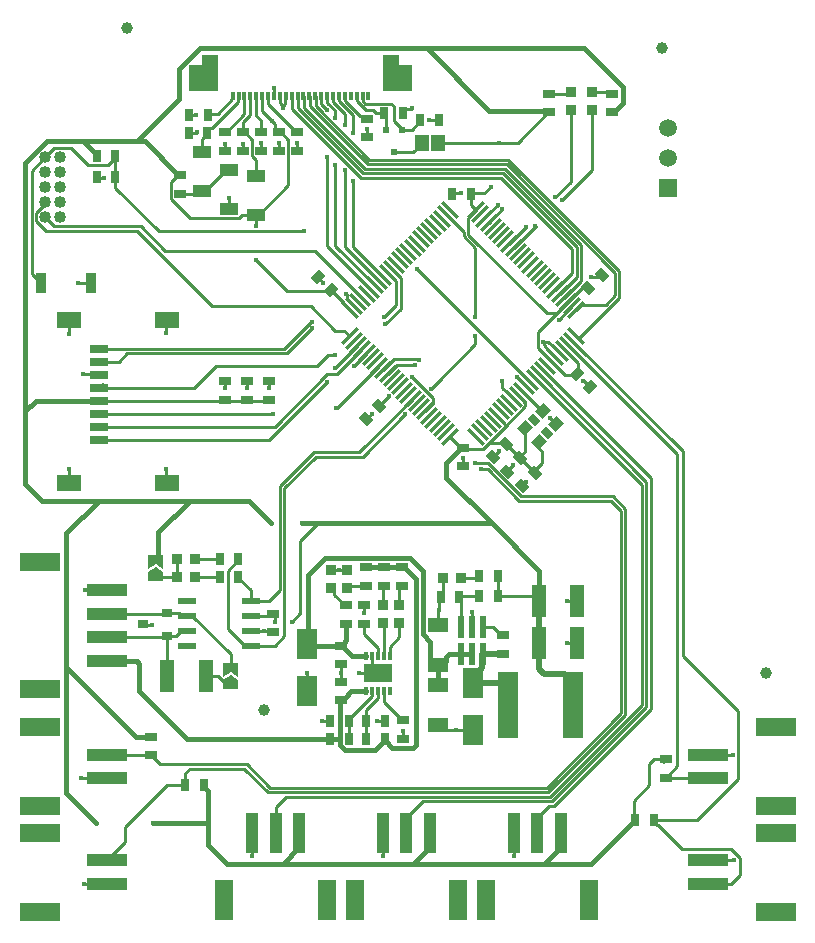
<source format=gtl>
G04*
G04 #@! TF.GenerationSoftware,Altium Limited,Altium Designer,21.5.1 (32)*
G04*
G04 Layer_Physical_Order=1*
G04 Layer_Color=255*
%FSLAX44Y44*%
%MOMM*%
G71*
G04*
G04 #@! TF.SameCoordinates,291158CD-1CAE-4BE2-80A8-EAB606698AEE*
G04*
G04*
G04 #@! TF.FilePolarity,Positive*
G04*
G01*
G75*
%ADD12C,0.2540*%
%ADD15C,0.3810*%
G04:AMPARAMS|DCode=17|XSize=0.3mm|YSize=1.8mm|CornerRadius=0mm|HoleSize=0mm|Usage=FLASHONLY|Rotation=225.000|XOffset=0mm|YOffset=0mm|HoleType=Round|Shape=Rectangle|*
%AMROTATEDRECTD17*
4,1,4,-0.5303,0.7425,0.7425,-0.5303,0.5303,-0.7425,-0.7425,0.5303,-0.5303,0.7425,0.0*
%
%ADD17ROTATEDRECTD17*%

G04:AMPARAMS|DCode=18|XSize=0.3mm|YSize=1.8mm|CornerRadius=0mm|HoleSize=0mm|Usage=FLASHONLY|Rotation=135.000|XOffset=0mm|YOffset=0mm|HoleType=Round|Shape=Rectangle|*
%AMROTATEDRECTD18*
4,1,4,0.7425,0.5303,-0.5303,-0.7425,-0.7425,-0.5303,0.5303,0.7425,0.7425,0.5303,0.0*
%
%ADD18ROTATEDRECTD18*%

%ADD19C,1.0000*%
%ADD20R,3.4000X1.5000*%
%ADD21R,3.5000X1.0000*%
%ADD22R,1.8034X1.1938*%
%ADD23R,1.8000X5.7000*%
%ADD24R,1.7000X2.5000*%
%ADD25R,1.3000X2.8000*%
%ADD26R,0.7620X1.0160*%
%ADD27R,0.6121X1.8544*%
%ADD28R,1.0160X0.7620*%
%ADD29R,0.8890X0.8890*%
G04:AMPARAMS|DCode=30|XSize=0.762mm|YSize=1.016mm|CornerRadius=0mm|HoleSize=0mm|Usage=FLASHONLY|Rotation=135.000|XOffset=0mm|YOffset=0mm|HoleType=Round|Shape=Rectangle|*
%AMROTATEDRECTD30*
4,1,4,0.6286,0.0898,-0.0898,-0.6286,-0.6286,-0.0898,0.0898,0.6286,0.6286,0.0898,0.0*
%
%ADD30ROTATEDRECTD30*%

%ADD31R,0.8890X1.7780*%
%ADD32R,1.5500X0.6000*%
%ADD33R,0.8890X0.8890*%
G04:AMPARAMS|DCode=34|XSize=0.762mm|YSize=1.016mm|CornerRadius=0mm|HoleSize=0mm|Usage=FLASHONLY|Rotation=45.000|XOffset=0mm|YOffset=0mm|HoleType=Round|Shape=Rectangle|*
%AMROTATEDRECTD34*
4,1,4,0.0898,-0.6286,-0.6286,0.0898,-0.0898,0.6286,0.6286,-0.0898,0.0898,-0.6286,0.0*
%
%ADD34ROTATEDRECTD34*%

%ADD35R,0.3000X0.7500*%
%ADD36R,2.4000X1.6000*%
%ADD37R,1.5000X0.8000*%
%ADD38R,2.0000X1.4500*%
G04:AMPARAMS|DCode=39|XSize=0.85mm|YSize=0.6mm|CornerRadius=0mm|HoleSize=0mm|Usage=FLASHONLY|Rotation=135.000|XOffset=0mm|YOffset=0mm|HoleType=Round|Shape=Rectangle|*
%AMROTATEDRECTD39*
4,1,4,0.5127,-0.0884,0.0884,-0.5127,-0.5127,0.0884,-0.0884,0.5127,0.5127,-0.0884,0.0*
%
%ADD39ROTATEDRECTD39*%

%ADD40R,1.2700X0.7620*%
%ADD41R,0.3000X0.8000*%
%ADD42R,1.0000X1.0000*%
%ADD43R,1.5000X3.4000*%
%ADD44R,1.0000X3.5000*%
%ADD45R,1.1544X1.3562*%
%ADD46R,0.4700X0.6000*%
%ADD47R,0.9000X0.8000*%
%ADD48R,1.5240X1.0160*%
G04:AMPARAMS|DCode=71|XSize=0.85mm|YSize=1mm|CornerRadius=0mm|HoleSize=0mm|Usage=FLASHONLY|Rotation=135.000|XOffset=0mm|YOffset=0mm|HoleType=Round|Shape=Rectangle|*
%AMROTATEDRECTD71*
4,1,4,0.6541,0.0530,-0.0530,-0.6541,-0.6541,-0.0530,0.0530,0.6541,0.6541,0.0530,0.0*
%
%ADD71ROTATEDRECTD71*%

%ADD82C,0.5080*%
%ADD83C,1.0160*%
%ADD84R,1.5000X1.5000*%
%ADD85C,1.5000*%
%ADD86C,0.4000*%
G36*
X377643Y772820D02*
X388643D01*
Y750820D01*
X364642D01*
Y781320D01*
X377643D01*
Y772820D01*
D02*
G37*
G36*
X224643Y750820D02*
X200643D01*
Y772820D01*
X211642D01*
Y781320D01*
X224643D01*
Y750820D01*
D02*
G37*
G36*
X178562Y346456D02*
X172212Y350266D01*
X165862Y346456D01*
Y357886D01*
X178562D01*
Y346456D01*
D02*
G37*
G36*
Y343916D02*
Y336296D01*
X165862D01*
Y343916D01*
X172212Y347726D01*
X178562Y343916D01*
D02*
G37*
G36*
X242062Y255016D02*
X235712Y258826D01*
X229362Y255016D01*
Y266446D01*
X242062D01*
Y255016D01*
D02*
G37*
G36*
Y252476D02*
Y244856D01*
X229362D01*
Y252476D01*
X235712Y256286D01*
X242062Y252476D01*
D02*
G37*
D12*
X442722Y536358D02*
Y543560D01*
X409847Y503483D02*
X409847D01*
X442722Y536358D01*
X405256Y498892D02*
X409847Y503483D01*
X388919Y508582D02*
Y508762D01*
Y508582D02*
X406564Y490937D01*
Y486383D02*
Y490937D01*
X400135Y479953D02*
X406564Y486383D01*
X347562Y441198D02*
X383446Y477082D01*
X344301Y445008D02*
X389528Y490235D01*
X306016Y445008D02*
X344301D01*
X421571Y458415D02*
X430861Y449125D01*
X421348Y458415D02*
X421571D01*
X73488Y588226D02*
Y589750D01*
X137884Y669081D02*
Y677860D01*
Y669081D02*
X174602Y632363D01*
X297372D01*
X124264Y488884D02*
X267013D01*
X86106Y636584D02*
X159345D01*
X73488Y589750D02*
X75012Y588226D01*
X67056Y596182D02*
X73488Y589750D01*
Y592671D01*
X67056Y683574D02*
X78486Y695004D01*
X67056Y596182D02*
Y683574D01*
X159345Y636584D02*
X180135Y615794D01*
X307102D01*
X155963Y632774D02*
X220013Y568724D01*
X79140Y632774D02*
X155963D01*
X220013Y568724D02*
X303498D01*
X70866Y641048D02*
X79140Y632774D01*
X70866Y647360D02*
X78486Y654980D01*
Y656904D01*
X70866Y641048D02*
Y647360D01*
X78486Y644204D02*
X86106Y636584D01*
X294386Y370100D02*
X309096Y384810D01*
X442722Y559507D02*
Y618123D01*
X432860Y627984D02*
Y631457D01*
X503369Y562864D02*
X511655D01*
X436839Y629394D02*
Y643287D01*
X432860Y627984D02*
X442722Y618123D01*
X436839Y629394D02*
X503369Y562864D01*
X417812Y646505D02*
X432860Y631457D01*
X400135Y479628D02*
Y479953D01*
X361634Y484728D02*
X369658Y492752D01*
X307594Y441198D02*
X347562D01*
X350162Y472887D02*
X354876Y477600D01*
X413214Y322814D02*
X415186Y324786D01*
X411876Y321477D02*
X413214Y322814D01*
X411876Y311423D02*
Y321477D01*
Y311028D02*
Y311423D01*
X180594Y556014D02*
X180848Y555760D01*
X300542Y241874D02*
Y258122D01*
X111982Y328450D02*
X133138D01*
X146410Y128120D02*
X181866Y163576D01*
X196850D01*
X146410Y114901D02*
Y128120D01*
X430861Y449125D02*
X432131D01*
X496528Y318944D02*
Y319109D01*
X294386Y308610D02*
Y370100D01*
X443268Y649716D02*
Y650041D01*
X436839Y643287D02*
X443268Y649716D01*
X511655Y562864D02*
X521050Y572259D01*
X495586Y533376D02*
X506908Y522055D01*
X495586Y546795D02*
X511655Y562864D01*
X495586Y533376D02*
Y546795D01*
X319418Y581248D02*
X320316Y582146D01*
X283509Y581248D02*
X319418D01*
X257143Y607615D02*
X283509Y581248D01*
X257048Y637032D02*
Y645640D01*
X256636Y646051D02*
X257048Y645640D01*
X478624Y493445D02*
Y493770D01*
X467375Y466202D02*
Y469338D01*
X478624Y493445D02*
X485053Y487016D01*
X467375Y466202D02*
X485053Y483879D01*
Y487016D01*
X467774Y453036D02*
X468672Y452138D01*
X454209Y453036D02*
X467375Y466202D01*
X449357Y448184D02*
X454209Y453036D01*
X467774D01*
X492991Y427738D02*
X493299D01*
X480845Y439884D02*
X492991Y427738D01*
X484341Y464828D02*
X484872Y465359D01*
X480845Y439884D02*
Y439964D01*
X495655Y449300D02*
X499257Y445699D01*
X495655Y449300D02*
Y453515D01*
X496185Y454045D01*
X468672Y452138D02*
X480845Y439964D01*
X499257Y435752D02*
Y445699D01*
X480845Y441564D02*
X484341Y445060D01*
X480845Y439964D02*
Y441564D01*
X484341Y445060D02*
Y464828D01*
X590042Y181356D02*
X593683Y184997D01*
X603826D01*
X590042Y163322D02*
Y181356D01*
X576834Y150114D02*
X590042Y163322D01*
X576834Y134306D02*
Y150114D01*
X122016Y695603D02*
Y696873D01*
X184658Y673668D02*
X191008Y680018D01*
X200734Y643212D02*
X242468D01*
X184658Y659288D02*
Y673668D01*
Y659288D02*
X200734Y643212D01*
X242468D02*
X245308Y646051D01*
X256636D01*
X273304Y301752D02*
Y307146D01*
X517514Y532491D02*
X529294Y520712D01*
X517514Y532491D02*
Y532661D01*
X433072Y448184D02*
X449357D01*
X478456Y707284D02*
X504059Y732887D01*
X462534Y707284D02*
X478456D01*
X450402Y664304D02*
X455642Y669544D01*
X410683Y707284D02*
X462534D01*
X439320Y664304D02*
X450402D01*
X558707Y732887D02*
X559977D01*
X460946Y475767D02*
Y476093D01*
Y475767D02*
X467375Y469338D01*
X432131Y449125D02*
X433072Y448184D01*
X461594Y323069D02*
X492568D01*
X461548Y323115D02*
Y340549D01*
X276741Y716187D02*
X278011D01*
X284361Y709837D01*
Y671236D02*
Y709837D01*
X259176Y646051D02*
X284361Y671236D01*
X256636Y646051D02*
X259176D01*
X320316Y582146D02*
X331192Y571270D01*
X269960Y306849D02*
X271526Y308416D01*
X252293Y306849D02*
X269960D01*
X267013Y488884D02*
X267734Y489605D01*
X438972Y654337D02*
Y663956D01*
X533968Y584822D02*
X537560D01*
X533070Y583924D02*
X533968Y584822D01*
X537560D02*
X538458Y583924D01*
X532715D02*
X533070D01*
X521050Y572259D02*
X532715Y583924D01*
X529294Y512346D02*
Y520712D01*
X518412Y510550D02*
X527497D01*
X506908Y522055D02*
X518412Y510550D01*
X443268Y650041D02*
Y650041D01*
X438972Y654337D02*
X443268Y650041D01*
X281912Y746590D02*
X282143Y746820D01*
X281912Y740015D02*
Y746590D01*
X279883Y737986D02*
X281912Y740015D01*
X277143Y746820D02*
X277372Y746590D01*
Y740496D02*
X279883Y737986D01*
X277372Y740496D02*
Y746590D01*
X279387Y736333D02*
X279883Y736829D01*
X275471Y716187D02*
X276741D01*
X272931Y718727D02*
Y723427D01*
X270510Y725847D02*
X272931Y723427D01*
Y718727D02*
X275471Y716187D01*
X262143Y734215D02*
X270510Y725847D01*
X262143Y734215D02*
Y746820D01*
X331192Y570491D02*
Y571270D01*
Y570491D02*
X336495Y565188D01*
X496528Y313770D02*
Y318944D01*
X493299Y429794D02*
X499257Y435752D01*
X493299Y427738D02*
Y429794D01*
X287528Y301752D02*
X294386Y308610D01*
X639870Y79658D02*
X659130D01*
X666496Y87024D01*
Y101854D01*
X659130Y109220D02*
X666496Y101854D01*
X617788Y109220D02*
X659130D01*
X596198Y129540D02*
X597468D01*
X593658Y132080D02*
Y133350D01*
Y132080D02*
X596198Y129540D01*
X597468D02*
X617788Y109220D01*
X111506Y79502D02*
X111662Y79658D01*
X131167D01*
X133154D01*
X131167Y99658D02*
X146410Y114901D01*
X196850Y163576D02*
Y173228D01*
X415186Y324786D02*
Y338308D01*
X410928Y298765D02*
Y310080D01*
X411876Y311028D01*
X410928Y214529D02*
X415547Y209911D01*
X519898Y283384D02*
X529036D01*
X519898Y318944D02*
X529036D01*
X415547Y209911D02*
X426227D01*
X440392D01*
X464776Y290557D02*
X466046D01*
X430190Y297487D02*
Y321707D01*
X449190Y297487D02*
X457845D01*
X464776Y290557D01*
X439690Y297487D02*
Y309907D01*
X439886Y310103D01*
X429082Y322814D02*
X430190Y321707D01*
X429082Y322814D02*
X429336Y323069D01*
X445726D01*
X443348Y338308D02*
X445634Y340594D01*
X430426Y338308D02*
X443348D01*
X384316Y135642D02*
X398280Y149606D01*
X507654D01*
X282194Y153416D02*
X506076D01*
X273656Y144878D02*
X282194Y153416D01*
X509233Y145796D02*
X591285Y227848D01*
X266954Y157226D02*
X504498D01*
X505131Y145796D02*
X509233D01*
X507654Y149606D02*
X587475Y229426D01*
X504498Y157226D02*
X569722Y222450D01*
X494977Y135642D02*
X505131Y145796D01*
X506076Y153416D02*
X583665Y231005D01*
Y417013D01*
X591285Y227848D02*
Y423535D01*
X565912Y224028D02*
Y395732D01*
X587475Y229426D02*
Y420274D01*
X269084Y161192D02*
X503076D01*
X481617Y407691D02*
X559341D01*
X569722Y222450D02*
Y397310D01*
X503076Y161192D02*
X565912Y224028D01*
X460799Y428510D02*
X481617Y407691D01*
X494977Y123142D02*
Y135642D01*
X559341Y407691D02*
X569722Y397310D01*
X453358Y430562D02*
X480039Y403881D01*
X557763D02*
X565912Y395732D01*
X469625Y429555D02*
X474709Y434639D01*
X448419Y430562D02*
X453358D01*
X480039Y403881D02*
X557763D01*
X469625Y428664D02*
Y429555D01*
X482079Y416518D02*
X485598Y420038D01*
X460799Y428510D02*
Y428590D01*
X453406Y435983D02*
X460799Y428590D01*
X442079Y435983D02*
X453406D01*
X492766Y507912D02*
X583665Y417013D01*
X499837Y514984D02*
X591285Y423535D01*
X496301Y511448D02*
X587475Y420274D01*
X447689Y431292D02*
X448419Y430562D01*
X442052Y435956D02*
X442079Y435983D01*
X447294Y431292D02*
X447689D01*
X261508Y700319D02*
Y706951D01*
Y700171D02*
Y700319D01*
X263698Y294149D02*
X269925D01*
X252293D02*
X263698D01*
X131167Y169070D02*
X133154D01*
X109115D02*
X131167D01*
X267945Y319550D02*
X277206Y328811D01*
X272910Y281450D02*
X281016Y289556D01*
X277206Y328811D02*
Y416198D01*
X281016Y289556D02*
Y414620D01*
X307594Y441198D01*
X277206Y416198D02*
X306016Y445008D01*
X432079Y433309D02*
Y439832D01*
Y433309D02*
X432131Y433257D01*
X539616Y500228D02*
X539616D01*
X534370Y505474D02*
X539616Y500228D01*
X534046Y505474D02*
X534370D01*
X482079Y416518D02*
X482079D01*
X506030Y473826D02*
Y474179D01*
Y473826D02*
X510961Y468894D01*
X511035D01*
X482159Y497306D02*
X499257Y480208D01*
X499721D01*
X307102Y615794D02*
X347102Y575795D01*
X333601Y575478D02*
X340031Y569049D01*
X333501Y579492D02*
X333601Y579392D01*
Y575478D02*
Y579392D01*
X106523Y588226D02*
X115488D01*
X122602Y677275D02*
X128366D01*
X122016Y677860D02*
X122602Y677275D01*
X513238Y557352D02*
X513979Y558093D01*
Y558117D02*
X524585Y568724D01*
X513979Y558093D02*
Y558117D01*
X317386Y619652D02*
X354173Y582866D01*
X365434Y559507D02*
X375577Y569650D01*
X393064Y600544D02*
X489230Y504377D01*
Y504377D02*
Y504377D01*
X137884Y694333D02*
Y695603D01*
Y677860D02*
Y694333D01*
X131534Y687983D02*
X137884Y694333D01*
X100134Y702624D02*
X114774Y687983D01*
X131534D01*
X78486Y695004D02*
X86106Y702624D01*
X100134D01*
X324090Y548132D02*
X331631D01*
X303498Y568724D02*
X324090Y548132D01*
X331631D02*
X336495Y543268D01*
X336495D01*
X283456Y529074D02*
X304546Y550164D01*
X147828Y529074D02*
X283456D01*
X280846Y532884D02*
X303116Y555155D01*
X124264Y532884D02*
X280846D01*
X367225Y554138D02*
X379387Y566301D01*
X303116Y555155D02*
X304267D01*
X304546Y555434D01*
X366091Y554138D02*
X367225D01*
X365811Y553859D02*
X366091Y554138D01*
X524585Y539732D02*
X618236Y446082D01*
Y273013D02*
X665226Y226023D01*
X618236Y273013D02*
Y446082D01*
X521050Y536197D02*
X613767Y443480D01*
Y179070D02*
Y443480D01*
X603826Y169129D02*
X613767Y179070D01*
X665226Y168334D02*
Y226023D01*
X630242Y133350D02*
X665226Y168334D01*
X639870Y189070D02*
X660686D01*
X603826Y169129D02*
X639811D01*
X593658Y133350D02*
X630242D01*
X131151Y288461D02*
X179691D01*
X465346Y505474D02*
X465626Y505194D01*
Y499697D02*
X475088Y490235D01*
X465626Y499697D02*
Y505194D01*
X475088Y489910D02*
Y490235D01*
X477520Y508762D02*
X485441Y500841D01*
X485695D01*
X252293Y319550D02*
X267945D01*
X504370Y538734D02*
X513979Y529126D01*
X500126Y538734D02*
X504370D01*
X140638Y521884D02*
X147828Y529074D01*
X249428Y180848D02*
X269084Y161192D01*
X176046Y180848D02*
X249428D01*
X247142Y177038D02*
X266954Y157226D01*
X200660Y177038D02*
X247142D01*
X168351Y188542D02*
X176046Y180848D01*
X196850Y173228D02*
X200660Y177038D01*
X273656Y123142D02*
Y144878D01*
X384316Y123142D02*
Y135642D01*
X327085Y345694D02*
X334070D01*
X320100D02*
X327085D01*
X348802Y308610D02*
Y315528D01*
X381671Y202438D02*
Y209206D01*
X359530Y217992D02*
X366084D01*
X312480D02*
X319824D01*
X161454Y299208D02*
X169037D01*
X124045Y511104D02*
X124264Y510884D01*
X110744Y511104D02*
X124045D01*
X457451Y441283D02*
X462671Y446502D01*
X403670Y726433D02*
X411790D01*
X350637Y711620D02*
Y718727D01*
X200346Y730758D02*
X206121D01*
X309096Y593366D02*
X313690Y588772D01*
X233796Y650832D02*
Y660230D01*
X230743Y700227D02*
Y706479D01*
X276741Y700319D02*
Y706951D01*
X292009Y700319D02*
Y706567D01*
X246126Y700218D02*
Y706479D01*
X98552Y545084D02*
Y556396D01*
X98264Y556684D02*
X98552Y556396D01*
X180848Y546100D02*
Y555760D01*
X181102Y419346D02*
Y431038D01*
Y419346D02*
X181264Y419184D01*
X423358Y664210D02*
X430443D01*
X423104Y663956D02*
X423358Y664210D01*
X540512Y593344D02*
X547878D01*
X549678Y595144D01*
X560832Y578104D02*
Y597133D01*
X552923Y570195D02*
X560832Y578104D01*
X534046Y570195D02*
X552923D01*
X505329Y748755D02*
X522218D01*
X272288Y746965D02*
Y753872D01*
X272143Y746820D02*
X272288Y746965D01*
X557646Y749816D02*
X558707Y748755D01*
X541072Y749816D02*
X557646D01*
X522218Y748755D02*
X523279Y749816D01*
Y673997D02*
Y734576D01*
X510443Y661162D02*
X523279Y673997D01*
X515620Y658876D02*
X541072Y684327D01*
Y734576D01*
X471552Y621757D02*
X485695Y635899D01*
X492766D02*
X493836D01*
X475088Y618221D02*
X492766Y635899D01*
X493558Y636764D02*
X493836Y636486D01*
Y635899D02*
Y636486D01*
X465910Y681279D02*
X528395Y618793D01*
X467488Y685089D02*
X532205Y620371D01*
X458274Y685089D02*
X467488D01*
X469066Y688899D02*
X560832Y597133D01*
X532205Y611157D02*
Y620371D01*
X351388Y688899D02*
X469066D01*
X345518Y677469D02*
X464332D01*
X524585Y597008D02*
Y617215D01*
X470644Y692709D02*
X564642Y598711D01*
X464332Y677469D02*
X524585Y617215D01*
X352966Y692709D02*
X470644D01*
X456696Y681279D02*
X465910D01*
X564642Y576072D02*
Y598711D01*
X528395Y609579D02*
Y618793D01*
X453875Y639451D02*
X465346Y650923D01*
X453875Y639434D02*
Y639451D01*
X450339Y642970D02*
Y643210D01*
X461737Y654607D01*
X465346Y650923D02*
Y650940D01*
X461737Y654607D02*
Y654847D01*
X375577Y569650D02*
Y589746D01*
X639811Y169129D02*
X639870Y169070D01*
X325488Y511048D02*
X347102Y532661D01*
X340031Y518519D02*
X350637Y529126D01*
X317246Y511048D02*
X325488D01*
X308558Y518519D02*
X317851Y527812D01*
X323850D01*
X222758Y518519D02*
X308558D01*
X204123Y499884D02*
X222758Y518519D01*
X124264Y499884D02*
X204123D01*
X124264Y477884D02*
X271526D01*
X324957Y482942D02*
X325667D01*
X361244Y518519D01*
X324678Y482663D02*
X324957Y482942D01*
X295130Y482663D02*
X317311Y504844D01*
X124264Y466884D02*
X273082D01*
X317311Y504844D02*
X317462D01*
X273082Y466884D02*
X317246Y511048D01*
X268351Y455884D02*
X295130Y482663D01*
X124264Y455884D02*
X268351D01*
X295130Y482663D02*
Y482663D01*
X323850Y516304D02*
X343566Y536020D01*
Y536197D01*
X323850Y516128D02*
Y516304D01*
X124264Y521884D02*
X140638D01*
X379387Y566301D02*
Y593007D01*
X371850Y600544D02*
X379387Y593007D01*
X368315Y597008D02*
X375577Y589746D01*
X383841Y736151D02*
X388737D01*
X381301Y732341D02*
Y733611D01*
X383841Y736151D01*
X388737D02*
X388919Y736333D01*
X161196Y299466D02*
X161454Y299208D01*
X167824Y189070D02*
X168351Y188542D01*
X131167Y189070D02*
X167824D01*
X364779Y514984D02*
X373447Y523651D01*
X394376D01*
X395189Y522837D01*
X368315Y511448D02*
X375978Y519111D01*
X391463D01*
X131151Y308461D02*
X180691D01*
X317386Y619652D02*
Y695198D01*
X324104Y620006D02*
Y688340D01*
Y620006D02*
X357708Y586401D01*
X267734Y499884D02*
Y505474D01*
X230743Y499884D02*
Y505217D01*
X230999Y505474D01*
X98264Y431004D02*
X98298Y431038D01*
X98264Y419184D02*
Y431004D01*
X339090Y619162D02*
X364779Y593472D01*
X332142Y619038D02*
X361244Y589937D01*
X340031Y568724D02*
Y569049D01*
X339090Y619162D02*
Y675132D01*
X332142Y619038D02*
Y683852D01*
X500405Y535628D02*
X510443Y525590D01*
X500126Y538734D02*
X500405Y538455D01*
Y535628D02*
Y538455D01*
X457451Y440918D02*
Y441283D01*
X180594Y556014D02*
X181264Y556684D01*
X124264Y499884D02*
X126994Y502614D01*
X528121Y565188D02*
X533424Y570491D01*
X533750D02*
X534046Y570195D01*
X533424Y570491D02*
X533750D01*
X530142Y541572D02*
X564642Y576072D01*
X529817Y541572D02*
X530142D01*
X528121Y543268D02*
X529817Y541572D01*
X395922Y725163D02*
Y726433D01*
X380388Y718160D02*
X388919D01*
X395922Y725163D01*
X373888Y725310D02*
Y737978D01*
X380388Y718160D02*
Y718810D01*
X373888Y725310D02*
X380388Y718810D01*
X371586Y740280D02*
X373888Y737978D01*
X349590Y740280D02*
X371586D01*
X349774Y734708D02*
X355898D01*
X347373Y742498D02*
X349590Y740280D01*
X347373Y742498D02*
Y746590D01*
X347142Y746820D02*
X347373Y746590D01*
X342373Y742110D02*
X349774Y734708D01*
X342373Y742110D02*
Y746590D01*
X342142Y746820D02*
X342373Y746590D01*
X358266Y732341D02*
X365433D01*
X355898Y734708D02*
X358266Y732341D01*
X365433D02*
X367388Y730386D01*
Y718160D02*
Y730386D01*
X390050Y699160D02*
X397165Y706275D01*
Y707284D01*
X373888Y699160D02*
X390050D01*
X297372Y736829D02*
X349112Y685089D01*
X302372Y737914D02*
X351388Y688899D01*
X287372Y735614D02*
X345518Y677469D01*
X307372Y738302D02*
X352966Y692709D01*
X349112Y685089D02*
X458274D01*
X347421Y681279D02*
X456696D01*
X292372Y736328D02*
X347421Y681279D01*
X344843Y730027D02*
X348097D01*
X338973Y735898D02*
X338973D01*
X348097Y730027D02*
X350637Y727487D01*
X338973Y735898D02*
X344843Y730027D01*
X332142Y746820D02*
X332373Y746590D01*
Y742498D02*
Y746590D01*
Y742498D02*
X338973Y735898D01*
X327373Y742110D02*
X339003Y730479D01*
X327373Y742110D02*
Y746590D01*
X339003Y715744D02*
Y730479D01*
X324002Y728093D02*
Y734514D01*
X317372Y741143D02*
X324002Y734514D01*
X322373Y741531D02*
X331978Y731926D01*
Y722376D02*
Y731926D01*
X327142Y746820D02*
X327373Y746590D01*
X312143Y740180D02*
X317386Y734936D01*
Y734708D02*
Y734936D01*
X322373Y741531D02*
Y746590D01*
X317372Y741143D02*
Y746590D01*
X322142Y746820D02*
X322373Y746590D01*
X317143Y746820D02*
X317372Y746590D01*
X312143Y740180D02*
Y746820D01*
X297372Y736829D02*
Y746590D01*
X302372Y737914D02*
Y746590D01*
X307372Y738302D02*
Y746590D01*
X292372Y736328D02*
Y746590D01*
X528395Y593747D02*
Y609579D01*
X513979Y579330D02*
X528395Y593747D01*
X517514Y575795D02*
X532205Y590486D01*
X510443Y582866D02*
X524585Y597008D01*
X532205Y590486D02*
Y611157D01*
X287372Y735614D02*
Y746590D01*
X267372Y739554D02*
X290739Y716187D01*
X267372Y739554D02*
Y746590D01*
X290739Y716187D02*
X292009D01*
X267143Y746820D02*
X267372Y746590D01*
X257143Y730252D02*
X261508Y725887D01*
X257143Y730252D02*
Y746820D01*
X261508Y716187D02*
Y725887D01*
X246126Y716086D02*
Y724820D01*
X252143Y730836D01*
Y746820D01*
X232013Y716095D02*
X247143Y731224D01*
Y746820D01*
X247396Y716086D02*
X253746Y709736D01*
X246126Y716086D02*
X247396D01*
X256636Y679071D02*
Y692709D01*
X253746Y695599D02*
X256636Y692709D01*
X253746Y695599D02*
Y709736D01*
X227446Y679566D02*
Y680042D01*
X231256Y683852D02*
X233796D01*
X211328Y665988D02*
X213868D01*
X227446Y679566D01*
Y680042D02*
X231256Y683852D01*
X209490Y664150D02*
X211328Y665988D01*
X192278Y664150D02*
X209490D01*
X211328Y710034D02*
X215768Y714474D01*
X211328Y699008D02*
Y710034D01*
X215768Y714474D02*
Y715744D01*
X307143Y746820D02*
X307372Y746590D01*
X302143Y746820D02*
X302372Y746590D01*
X297143Y746820D02*
X297372Y746590D01*
X292143Y746820D02*
X292372Y746590D01*
X287143Y746820D02*
X287372Y746590D01*
X236912D02*
X237143Y746820D01*
X236912Y744014D02*
Y746590D01*
X216718Y731770D02*
X224668D01*
X236912Y744014D01*
X218308Y719554D02*
X219578D01*
X215768Y717014D02*
X218308Y719554D01*
X219578D02*
X241912Y741888D01*
Y746590D01*
X215768Y715744D02*
Y717014D01*
X215960Y731012D02*
X216718Y731770D01*
X241912Y746590D02*
X242143Y746820D01*
X230743Y716095D02*
X232013D01*
X200092Y731012D02*
X200346Y730758D01*
X199900Y715744D02*
X206640D01*
X365351Y233356D02*
Y242868D01*
X344349Y257868D02*
X360351D01*
X355351Y262868D02*
X360351Y257868D01*
X355351Y262868D02*
Y272868D01*
X335534Y331918D02*
X350326D01*
X334070Y330454D02*
X335534Y331918D01*
X332292Y315528D02*
X333562D01*
X323275Y324545D02*
X332292Y315528D01*
X323275Y324545D02*
Y327279D01*
X320100Y330454D02*
X323275Y327279D01*
X364819Y331131D02*
X365604Y331916D01*
X364819Y315976D02*
Y331131D01*
X380806Y331916D02*
X380909D01*
X378266Y315976D02*
Y329376D01*
X380806Y331916D01*
X348802Y291338D02*
Y299660D01*
Y291338D02*
X360351Y279789D01*
Y272868D02*
Y279789D01*
X365351Y272868D02*
Y300204D01*
X364819Y300736D02*
X365351Y300204D01*
X370351Y280375D02*
X378266Y288290D01*
Y300736D01*
X370351Y272868D02*
Y280375D01*
X328736Y258122D02*
Y265428D01*
X380401Y218306D02*
X381671D01*
X365351Y233356D02*
X380401Y218306D01*
X355121Y238691D02*
Y242638D01*
X335692Y217992D02*
Y219262D01*
X355121Y238691D01*
Y242638D02*
X355351Y242868D01*
X335692Y202752D02*
Y217992D01*
X360121Y236787D02*
Y242638D01*
X350216Y217992D02*
Y226882D01*
X360121Y236787D01*
Y242638D02*
X360351Y242868D01*
X350216Y202752D02*
Y217992D01*
X328736Y250816D02*
Y258122D01*
X365581Y238796D02*
Y242638D01*
X365351Y242868D02*
X365581Y242638D01*
X189769Y339502D02*
Y355056D01*
X172212Y340106D02*
X172816Y339502D01*
X189769D01*
X233172Y344963D02*
X241995Y353786D01*
X233172Y295821D02*
Y344963D01*
Y295821D02*
X247544Y281450D01*
X252293D01*
X241995Y353786D02*
Y355056D01*
X205009D02*
X226127D01*
X205009Y339502D02*
X205310Y339804D01*
X226134D01*
X242002Y338534D02*
X252293Y328242D01*
X242002Y338534D02*
Y339804D01*
X252293Y319550D02*
Y328242D01*
Y281450D02*
X272910D01*
X269925Y294149D02*
X271526Y292548D01*
X181196Y256194D02*
Y289966D01*
Y256194D02*
X181866Y255524D01*
X203043Y306849D02*
X235712Y274181D01*
Y262636D02*
Y274181D01*
X198293Y306849D02*
X203043D01*
X224684Y255524D02*
X229002Y251206D01*
X233172D01*
X235712Y248666D01*
X214374Y255524D02*
X224684D01*
X193543Y306849D02*
X198293D01*
X181196Y308966D02*
X191427D01*
X193543Y306849D01*
X180691Y308461D02*
X181196Y308966D01*
Y289966D02*
X189506D01*
X191814Y292274D01*
Y292419D01*
X193543Y294149D01*
X198293D01*
X179691Y288461D02*
X181196Y289966D01*
X639870Y99658D02*
X661760D01*
X661924Y99822D01*
X474977Y102873D02*
X474980Y102870D01*
X474977Y102873D02*
Y123142D01*
X364316Y102950D02*
Y123142D01*
X364236Y102870D02*
X364316Y102950D01*
X253492Y103886D02*
X253656Y104050D01*
Y123142D01*
X249225Y499884D02*
Y505474D01*
X206640Y715744D02*
X206840Y715944D01*
D15*
X156177Y708373D02*
X162653D01*
X110516D02*
X156177D01*
X61722Y689914D02*
X80181Y708373D01*
X61214Y689406D02*
X61722Y689914D01*
X456538Y384810D02*
X496528Y344820D01*
X309096Y384810D02*
X456538D01*
X417812Y423535D02*
X456538Y384810D01*
X295910D02*
X309096D01*
X96266Y156972D02*
X121666Y131572D01*
X96266Y156972D02*
Y263144D01*
X162653Y708373D02*
X191008Y680018D01*
X156177Y708373D02*
X191658Y743854D01*
Y769224D01*
X61722Y480060D02*
Y689914D01*
X80181Y708373D02*
X110516D01*
X122016Y696873D01*
X169626Y131572D02*
X216408D01*
Y112522D02*
Y131572D01*
Y158616D01*
X417812Y436076D02*
X430861Y449125D01*
X454591Y734132D02*
X504083D01*
X401324Y787400D02*
X454591Y734132D01*
X540960Y96520D02*
X575250Y130810D01*
X500855Y96520D02*
X540960D01*
X500855D02*
X514977Y110642D01*
X390195Y96520D02*
X500855D01*
X390195D02*
X404316Y110642D01*
X209834Y787400D02*
X401324D01*
X191658Y769224D02*
X209834Y787400D01*
X70546Y488884D02*
X124264D01*
X61722Y480060D02*
X70546Y488884D01*
X61722Y418338D02*
X75946Y404114D01*
X61722Y418338D02*
Y480060D01*
X279534Y96520D02*
X390195D01*
X279534D02*
X293656Y110642D01*
X232410Y96520D02*
X279534D01*
X173990Y355346D02*
Y377444D01*
X96266Y263144D02*
Y376335D01*
Y263144D02*
X155000Y204410D01*
X168351D01*
X250654Y404114D02*
X269960Y384808D01*
X173990Y377444D02*
X200660Y404114D01*
X250654D01*
X216408Y112522D02*
X232410Y96520D01*
X212718Y162306D02*
X216408Y158616D01*
X212718Y162306D02*
Y163576D01*
X567597Y740507D02*
Y754143D01*
X559977Y732887D02*
X567597Y740507D01*
X96266Y376335D02*
X124045Y404114D01*
X75946D02*
X124045D01*
X200660D01*
X534340Y787400D02*
X567597Y754143D01*
X401324Y787400D02*
X534340D01*
X417812Y423535D02*
Y436076D01*
X496528Y319109D02*
Y344820D01*
X328228Y196836D02*
X332024Y193040D01*
X357642D02*
X366084Y201482D01*
X332024Y193040D02*
X357642D01*
X392430Y197364D02*
Y288807D01*
X366084Y201482D02*
X372434Y195132D01*
X390198D01*
X392430Y197364D01*
X398101Y291218D02*
X404451Y284868D01*
X387565Y355406D02*
X398145Y344826D01*
X392386Y308680D02*
X392430Y308724D01*
Y337533D01*
X382179Y347784D02*
X392430Y337533D01*
X398101Y306313D02*
X398145Y306357D01*
Y344826D01*
X392386Y288851D02*
X392430Y288807D01*
X392386Y288851D02*
Y308680D01*
X398101Y291218D02*
Y306313D01*
X380909Y347784D02*
X382179D01*
X365604D02*
X380909D01*
X198508Y202752D02*
X319824D01*
X158242Y243018D02*
X198508Y202752D01*
X158242Y243018D02*
Y266229D01*
X301120Y281296D02*
Y340992D01*
X315534Y355406D01*
X301120Y281296D02*
X328736D01*
X407880Y265196D02*
X410928D01*
X404451Y268624D02*
X407880Y265196D01*
X404451Y268624D02*
Y284868D01*
X315534Y355406D02*
X387565D01*
X430190Y274482D02*
X439690D01*
X410928Y265196D02*
X413976D01*
X410928Y248099D02*
Y265196D01*
X420381Y274482D02*
X430190D01*
X413976Y265196D02*
X417405Y268624D01*
Y271506D01*
X420381Y274482D01*
X328228Y196836D02*
Y202752D01*
X365602Y347786D02*
X365604Y347784D01*
X350326Y347786D02*
X365602D01*
X331276Y283836D02*
X333562Y286122D01*
X331276Y282566D02*
Y283836D01*
X330006Y281296D02*
X331276Y282566D01*
X328736Y281296D02*
X330006D01*
X333562Y286122D02*
Y299660D01*
X131151Y268461D02*
X156010D01*
X158242Y266229D01*
X328228Y202752D02*
Y233043D01*
X319824Y202752D02*
X328228D01*
Y233043D02*
X328736Y233551D01*
X331911Y236853D02*
Y237238D01*
X328736Y234948D02*
X330006D01*
X331911Y236853D01*
X328736Y233551D02*
Y234948D01*
X337541Y242868D02*
X350351D01*
X331911Y237238D02*
X337541Y242868D01*
X366084Y201482D02*
Y202752D01*
X338434Y272868D02*
X350351D01*
X330006Y281296D02*
X338434Y272868D01*
D17*
X443268Y458415D02*
D03*
X446804Y461951D02*
D03*
X450339Y465486D02*
D03*
X453875Y469022D02*
D03*
X457410Y472557D02*
D03*
X460946Y476093D02*
D03*
X464481Y479628D02*
D03*
X468017Y483164D02*
D03*
X471552Y486699D02*
D03*
X475088Y490235D02*
D03*
X478624Y493770D02*
D03*
X482159Y497306D02*
D03*
X485695Y500841D02*
D03*
X489230Y504377D02*
D03*
X492766Y507912D02*
D03*
X496301Y511448D02*
D03*
X499837Y514984D02*
D03*
X503372Y518519D02*
D03*
X506908Y522055D02*
D03*
X510443Y525590D02*
D03*
X513979Y529126D02*
D03*
X517514Y532661D02*
D03*
X521050Y536197D02*
D03*
X524585Y539732D02*
D03*
X528121Y543268D02*
D03*
X421348Y650041D02*
D03*
X417812Y646505D02*
D03*
X414277Y642970D02*
D03*
X410741Y639434D02*
D03*
X407206Y635899D02*
D03*
X403670Y632363D02*
D03*
X400135Y628828D02*
D03*
X396599Y625292D02*
D03*
X393064Y621757D02*
D03*
X389528Y618221D02*
D03*
X385993Y614686D02*
D03*
X382457Y611150D02*
D03*
X378921Y607615D02*
D03*
X375386Y604079D02*
D03*
X371850Y600544D02*
D03*
X368315Y597008D02*
D03*
X364779Y593472D02*
D03*
X361244Y589937D02*
D03*
X357708Y586401D02*
D03*
X354173Y582866D02*
D03*
X350637Y579330D02*
D03*
X347102Y575795D02*
D03*
X343566Y572259D02*
D03*
X340031Y568724D02*
D03*
X336495Y565188D02*
D03*
D18*
X528121D02*
D03*
X524585Y568724D02*
D03*
X521050Y572259D02*
D03*
X517514Y575795D02*
D03*
X513979Y579330D02*
D03*
X510443Y582866D02*
D03*
X506908Y586401D02*
D03*
X503372Y589937D02*
D03*
X499837Y593472D02*
D03*
X496301Y597008D02*
D03*
X492766Y600544D02*
D03*
X489230Y604079D02*
D03*
X485695Y607615D02*
D03*
X482159Y611150D02*
D03*
X478624Y614686D02*
D03*
X475088Y618221D02*
D03*
X471552Y621757D02*
D03*
X468017Y625292D02*
D03*
X464481Y628828D02*
D03*
X460946Y632363D02*
D03*
X457410Y635899D02*
D03*
X453875Y639434D02*
D03*
X450339Y642970D02*
D03*
X446804Y646505D02*
D03*
X443268Y650041D02*
D03*
X336495Y543268D02*
D03*
X340031Y539732D02*
D03*
X343566Y536197D02*
D03*
X347102Y532661D02*
D03*
X350637Y529126D02*
D03*
X354173Y525590D02*
D03*
X357708Y522055D02*
D03*
X361244Y518519D02*
D03*
X364779Y514984D02*
D03*
X368315Y511448D02*
D03*
X371850Y507912D02*
D03*
X375386Y504377D02*
D03*
X378921Y500841D02*
D03*
X382457Y497306D02*
D03*
X385993Y493770D02*
D03*
X389528Y490235D02*
D03*
X393064Y486699D02*
D03*
X396599Y483164D02*
D03*
X400135Y479628D02*
D03*
X403670Y476093D02*
D03*
X407206Y472557D02*
D03*
X410741Y469022D02*
D03*
X414277Y465486D02*
D03*
X417812Y461951D02*
D03*
X421348Y458415D02*
D03*
D19*
X263698Y226882D02*
D03*
X689102Y258572D02*
D03*
X600456Y787400D02*
D03*
X148048Y804322D02*
D03*
D20*
X73667Y56158D02*
D03*
Y123158D02*
D03*
X697370Y212570D02*
D03*
Y145570D02*
D03*
Y56158D02*
D03*
Y123158D02*
D03*
X73651Y351961D02*
D03*
Y244961D02*
D03*
X73667Y212570D02*
D03*
Y145570D02*
D03*
D21*
X131167Y79658D02*
D03*
Y99658D02*
D03*
X639870Y189070D02*
D03*
Y169070D02*
D03*
Y79658D02*
D03*
Y99658D02*
D03*
X131151Y268461D02*
D03*
Y288461D02*
D03*
Y308461D02*
D03*
Y328461D02*
D03*
X131167Y189070D02*
D03*
Y169070D02*
D03*
D22*
X410928Y214529D02*
D03*
Y248099D02*
D03*
Y298765D02*
D03*
Y265196D02*
D03*
D23*
X470618Y231434D02*
D03*
X525228D02*
D03*
D24*
X440392Y209911D02*
D03*
Y249910D02*
D03*
X300034Y243144D02*
D03*
Y283144D02*
D03*
D25*
X496528Y318944D02*
D03*
X529036D02*
D03*
X496528Y283384D02*
D03*
X529036D02*
D03*
X181866Y255524D02*
D03*
X214374D02*
D03*
D26*
X413214Y322814D02*
D03*
X429082D02*
D03*
X445726Y323069D02*
D03*
X461594D02*
D03*
X445634Y340594D02*
D03*
X461502D02*
D03*
X319824Y202752D02*
D03*
X335692D02*
D03*
X137884Y677860D02*
D03*
X122016D02*
D03*
X137884Y695603D02*
D03*
X122016D02*
D03*
X366084Y217992D02*
D03*
X350216D02*
D03*
X226127Y355056D02*
D03*
X241995D02*
D03*
X242002Y339804D02*
D03*
X226134D02*
D03*
X319824Y217992D02*
D03*
X335692D02*
D03*
X350216Y202752D02*
D03*
X366084D02*
D03*
X423104Y663956D02*
D03*
X438972D02*
D03*
X395922Y726433D02*
D03*
X411790D02*
D03*
X381301Y732341D02*
D03*
X365433D02*
D03*
X212718Y163576D02*
D03*
X196850D02*
D03*
X593658Y133350D02*
D03*
X577790D02*
D03*
X215960Y731012D02*
D03*
X200092D02*
D03*
X215768Y715744D02*
D03*
X199900D02*
D03*
D27*
X449190Y297487D02*
D03*
X439690D02*
D03*
X430190D02*
D03*
Y274482D02*
D03*
X439690D02*
D03*
X449190D02*
D03*
D28*
X466046Y290557D02*
D03*
Y274688D02*
D03*
X505329Y732887D02*
D03*
Y748755D02*
D03*
X558707D02*
D03*
Y732887D02*
D03*
X348802Y299660D02*
D03*
Y315528D02*
D03*
X328736Y281296D02*
D03*
Y265428D02*
D03*
X271526Y292548D02*
D03*
Y308416D02*
D03*
X261508Y700319D02*
D03*
Y716187D02*
D03*
X292009Y700319D02*
D03*
Y716187D02*
D03*
X276741Y700319D02*
D03*
Y716187D02*
D03*
X603826Y169129D02*
D03*
Y184997D02*
D03*
X432131Y433257D02*
D03*
Y449125D02*
D03*
X230999Y489605D02*
D03*
Y505474D02*
D03*
X249225Y489605D02*
D03*
Y505474D02*
D03*
X267734Y489605D02*
D03*
Y505474D02*
D03*
X365604Y347784D02*
D03*
Y331916D02*
D03*
X380909Y347784D02*
D03*
Y331916D02*
D03*
X350326Y347786D02*
D03*
Y331918D02*
D03*
X333562Y299660D02*
D03*
Y315528D02*
D03*
X381671Y218306D02*
D03*
Y202438D02*
D03*
X168351Y204410D02*
D03*
Y188542D02*
D03*
X328736Y250816D02*
D03*
Y234948D02*
D03*
X350637Y727487D02*
D03*
Y711620D02*
D03*
X192278Y680018D02*
D03*
Y664150D02*
D03*
X230743Y716095D02*
D03*
Y700227D02*
D03*
X246126Y716086D02*
D03*
Y700218D02*
D03*
D29*
X430426Y338308D02*
D03*
X415186D02*
D03*
X205009Y339502D02*
D03*
X189769D02*
D03*
Y355056D02*
D03*
X205009D02*
D03*
D30*
X539616Y500228D02*
D03*
X528395Y511448D02*
D03*
X309096Y593366D02*
D03*
X320316Y582146D02*
D03*
D31*
X117012Y588226D02*
D03*
X75012D02*
D03*
D32*
X252293Y281450D02*
D03*
Y294149D02*
D03*
Y306849D02*
D03*
Y319550D02*
D03*
X198293Y281450D02*
D03*
Y294149D02*
D03*
Y306849D02*
D03*
Y319550D02*
D03*
D33*
X541072Y749816D02*
D03*
Y734576D02*
D03*
X523279Y749816D02*
D03*
Y734576D02*
D03*
X364819Y315976D02*
D03*
Y300736D02*
D03*
X378266Y315976D02*
D03*
Y300736D02*
D03*
X334070Y345694D02*
D03*
Y330454D02*
D03*
X320100Y345694D02*
D03*
Y330454D02*
D03*
D34*
X469625Y428664D02*
D03*
X480845Y439884D02*
D03*
X493299Y427738D02*
D03*
X482079Y416518D02*
D03*
X468672Y452138D02*
D03*
X457451Y440918D02*
D03*
X360983Y484107D02*
D03*
X349762Y472887D02*
D03*
X549678Y595144D02*
D03*
X538458Y583924D02*
D03*
D35*
X350351Y242868D02*
D03*
X355351D02*
D03*
X360351D02*
D03*
X365351D02*
D03*
X370351D02*
D03*
Y272868D02*
D03*
X365351D02*
D03*
X360351D02*
D03*
X355351D02*
D03*
X350351D02*
D03*
D36*
X360351Y257868D02*
D03*
D37*
X124264Y532884D02*
D03*
Y521884D02*
D03*
Y510884D02*
D03*
Y499884D02*
D03*
Y488884D02*
D03*
Y477884D02*
D03*
Y466884D02*
D03*
Y455884D02*
D03*
D38*
X98264Y419184D02*
D03*
Y556684D02*
D03*
X181264Y419184D02*
D03*
Y556684D02*
D03*
D39*
X503610Y461470D02*
D03*
X492296Y472783D02*
D03*
D40*
X172212Y340106D02*
D03*
Y354076D02*
D03*
X235712Y248666D02*
D03*
Y262636D02*
D03*
D41*
X247143Y746820D02*
D03*
X352142D02*
D03*
X347142D02*
D03*
X342142D02*
D03*
X337142D02*
D03*
X332142D02*
D03*
X327142D02*
D03*
X322142D02*
D03*
X317143D02*
D03*
X312143D02*
D03*
X307143D02*
D03*
X302143D02*
D03*
X297143D02*
D03*
X292143D02*
D03*
X287143D02*
D03*
X282143D02*
D03*
X277143D02*
D03*
X272143D02*
D03*
X267143D02*
D03*
X262143D02*
D03*
X257143D02*
D03*
X252143D02*
D03*
X242143D02*
D03*
X237143D02*
D03*
D42*
X377137Y762820D02*
D03*
X212143D02*
D03*
D43*
X451477Y65642D02*
D03*
X538477D02*
D03*
X340816D02*
D03*
X427817D02*
D03*
X230156D02*
D03*
X317156D02*
D03*
D44*
X514977Y123142D02*
D03*
X494977D02*
D03*
X474977D02*
D03*
X404316D02*
D03*
X384316D02*
D03*
X364316D02*
D03*
X293656D02*
D03*
X273656D02*
D03*
X253656D02*
D03*
D45*
X410683Y707284D02*
D03*
X397165D02*
D03*
D46*
X380388Y718160D02*
D03*
X367388D02*
D03*
X373888Y699160D02*
D03*
D47*
X161196Y299466D02*
D03*
X181196Y289966D02*
D03*
Y308966D02*
D03*
D48*
X256636Y679071D02*
D03*
Y646051D02*
D03*
X233796Y650832D02*
D03*
Y683852D02*
D03*
X211328Y665988D02*
D03*
Y699008D02*
D03*
D71*
X496185Y454045D02*
D03*
X511035Y468894D02*
D03*
X499721Y480208D02*
D03*
X484872Y465359D02*
D03*
D82*
X576834Y134306D02*
X577790Y133350D01*
X514977Y110642D02*
Y123142D01*
X404316Y110642D02*
Y123142D01*
X319418Y581248D02*
X320316Y582146D01*
X293656Y110642D02*
Y123142D01*
X172212Y354076D02*
X172720D01*
X173990Y355346D01*
X504083Y734132D02*
X505329Y732887D01*
X496528Y261765D02*
Y283384D01*
X500898Y257395D02*
X518768D01*
X496528Y261765D02*
X500898Y257395D01*
X525228Y231434D02*
X525461Y231667D01*
X492568Y323069D02*
X496528Y319109D01*
X461548Y323115D02*
X461594Y323069D01*
X461502Y340594D02*
X461548Y340549D01*
X271526Y308416D02*
X272034D01*
X273304Y307146D01*
X602556Y183727D02*
X603826Y184997D01*
X438972Y663956D02*
X439320Y664304D01*
X538458Y583924D02*
X539356Y583026D01*
X527497Y510550D02*
X528395Y511448D01*
X529294Y512346D01*
X496528Y283384D02*
Y313770D01*
X440392Y253910D02*
X448669Y262188D01*
X464158Y249910D02*
X470618Y243450D01*
X440392Y249910D02*
X464158D01*
X440392D02*
Y253910D01*
X448669Y273961D02*
X449190Y274482D01*
X448669Y262188D02*
Y273961D01*
X449190Y274482D02*
X449397Y274688D01*
X466046D01*
X470618Y231434D02*
Y243450D01*
X319759Y345353D02*
X320100Y345694D01*
D83*
X78486Y669604D02*
D03*
X91186D02*
D03*
Y656904D02*
D03*
X78486D02*
D03*
Y644204D02*
D03*
X91186D02*
D03*
Y682304D02*
D03*
X78486D02*
D03*
Y695004D02*
D03*
X91186D02*
D03*
D84*
X605882Y668674D02*
D03*
D85*
Y694074D02*
D03*
Y719474D02*
D03*
D86*
X405256Y498892D02*
D03*
X388919Y508762D02*
D03*
X383446Y477082D02*
D03*
X442722Y559507D02*
D03*
Y543560D02*
D03*
X369658Y492752D02*
D03*
X354876Y477600D02*
D03*
X169626Y131572D02*
D03*
X121666D02*
D03*
X111506Y79502D02*
D03*
X287528Y301752D02*
D03*
X295910Y384810D02*
D03*
X519898Y283384D02*
D03*
Y318944D02*
D03*
X426227Y209911D02*
D03*
X411876Y311423D02*
D03*
X439886Y310103D02*
D03*
X474709Y434639D02*
D03*
X485598Y420038D02*
D03*
X300542Y258122D02*
D03*
X447294Y431292D02*
D03*
X432079Y439832D02*
D03*
X534046Y505474D02*
D03*
X506030Y474179D02*
D03*
X257048Y637032D02*
D03*
X257143Y607615D02*
D03*
X333501Y579492D02*
D03*
X106523Y588226D02*
D03*
X128366Y677275D02*
D03*
X393064Y600544D02*
D03*
X297372Y632363D02*
D03*
X365434Y559507D02*
D03*
X365811Y553859D02*
D03*
X304546Y550164D02*
D03*
Y555434D02*
D03*
X660686Y189070D02*
D03*
X111982Y328450D02*
D03*
X465346Y505474D02*
D03*
X477520Y508762D02*
D03*
X269960Y384808D02*
D03*
X109115Y169070D02*
D03*
X455642Y669544D02*
D03*
X462534Y707284D02*
D03*
X273304Y301752D02*
D03*
X327085Y345694D02*
D03*
X348802Y308610D02*
D03*
X381671Y209206D02*
D03*
X359530Y217992D02*
D03*
X312480D02*
D03*
X263698Y294149D02*
D03*
X169037Y299208D02*
D03*
X110744Y511104D02*
D03*
X462671Y446502D02*
D03*
X403670Y726433D02*
D03*
X350637Y718727D02*
D03*
X206121Y730758D02*
D03*
X313690Y588772D02*
D03*
X233796Y660230D02*
D03*
X230743Y706479D02*
D03*
X261508Y706951D02*
D03*
X276741D02*
D03*
X292009Y706567D02*
D03*
X246126Y706479D02*
D03*
X98552Y545084D02*
D03*
X180848Y546100D02*
D03*
X181102Y431038D02*
D03*
X430443Y664210D02*
D03*
X540512Y593344D02*
D03*
X272288Y753872D02*
D03*
X510443Y661162D02*
D03*
X515620Y658876D02*
D03*
X485695Y635899D02*
D03*
X493558Y636764D02*
D03*
X461737Y654847D02*
D03*
X465346Y650940D02*
D03*
X340031Y518519D02*
D03*
X323850Y527812D02*
D03*
X271526Y477884D02*
D03*
X324678Y482663D02*
D03*
X317462Y504844D02*
D03*
X323850Y516128D02*
D03*
X388919Y736333D02*
D03*
X442052Y435956D02*
D03*
X395189Y522837D02*
D03*
X391463Y519111D02*
D03*
X270510Y725847D02*
D03*
X279387Y736333D02*
D03*
X267734Y499884D02*
D03*
X230743D02*
D03*
X98298Y431038D02*
D03*
X324104Y688340D02*
D03*
X317386Y695198D02*
D03*
X332142Y683852D02*
D03*
X339090Y675132D02*
D03*
X500126Y538734D02*
D03*
X513238Y557352D02*
D03*
X324002Y728093D02*
D03*
X339003Y715744D02*
D03*
X317386Y734708D02*
D03*
X331978Y722376D02*
D03*
X344349Y257868D02*
D03*
X328736Y258122D02*
D03*
X661924Y99822D02*
D03*
X474980Y102870D02*
D03*
X364236D02*
D03*
X253492D02*
D03*
X249225Y499884D02*
D03*
X206840Y715944D02*
D03*
M02*

</source>
